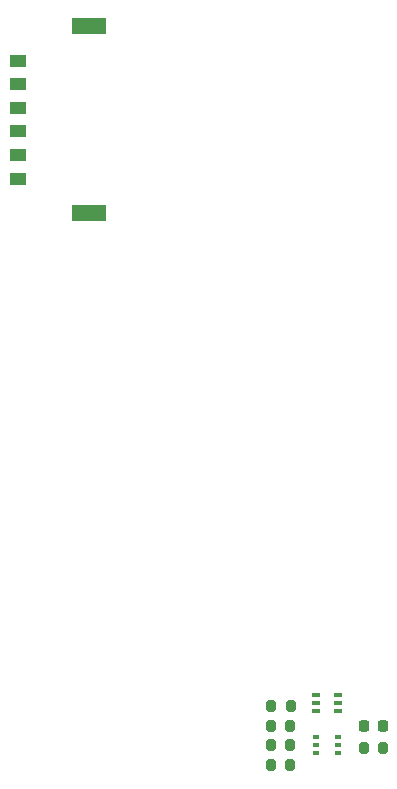
<source format=gbp>
%TF.GenerationSoftware,KiCad,Pcbnew,(6.0.5)*%
%TF.CreationDate,2022-07-09T16:35:03-07:00*%
%TF.ProjectId,solar-panel-side-X-plus,736f6c61-722d-4706-916e-656c2d736964,rev?*%
%TF.SameCoordinates,Original*%
%TF.FileFunction,Paste,Bot*%
%TF.FilePolarity,Positive*%
%FSLAX46Y46*%
G04 Gerber Fmt 4.6, Leading zero omitted, Abs format (unit mm)*
G04 Created by KiCad (PCBNEW (6.0.5)) date 2022-07-09 16:35:03*
%MOMM*%
%LPD*%
G01*
G04 APERTURE LIST*
G04 Aperture macros list*
%AMRoundRect*
0 Rectangle with rounded corners*
0 $1 Rounding radius*
0 $2 $3 $4 $5 $6 $7 $8 $9 X,Y pos of 4 corners*
0 Add a 4 corners polygon primitive as box body*
4,1,4,$2,$3,$4,$5,$6,$7,$8,$9,$2,$3,0*
0 Add four circle primitives for the rounded corners*
1,1,$1+$1,$2,$3*
1,1,$1+$1,$4,$5*
1,1,$1+$1,$6,$7*
1,1,$1+$1,$8,$9*
0 Add four rect primitives between the rounded corners*
20,1,$1+$1,$2,$3,$4,$5,0*
20,1,$1+$1,$4,$5,$6,$7,0*
20,1,$1+$1,$6,$7,$8,$9,0*
20,1,$1+$1,$8,$9,$2,$3,0*%
G04 Aperture macros list end*
%ADD10R,1.450000X1.100000*%
%ADD11R,2.900000X1.350000*%
%ADD12R,0.600000X0.400000*%
%ADD13RoundRect,0.200000X0.200000X0.275000X-0.200000X0.275000X-0.200000X-0.275000X0.200000X-0.275000X0*%
%ADD14RoundRect,0.200000X-0.200000X-0.275000X0.200000X-0.275000X0.200000X0.275000X-0.200000X0.275000X0*%
%ADD15R,0.650000X0.400000*%
%ADD16RoundRect,0.225000X-0.225000X-0.250000X0.225000X-0.250000X0.225000X0.250000X-0.225000X0.250000X0*%
G04 APERTURE END LIST*
D10*
X120910000Y-54944000D03*
X120910000Y-56944000D03*
X120910000Y-58944000D03*
X120910000Y-60944000D03*
X120910000Y-62944000D03*
X120910000Y-64944000D03*
D11*
X126885000Y-52049000D03*
X126885000Y-67839000D03*
D12*
X146116000Y-113553000D03*
X146116000Y-112903000D03*
X146116000Y-112253000D03*
X148016000Y-112253000D03*
X148016000Y-112903000D03*
X148016000Y-113553000D03*
D13*
X151828000Y-113157000D03*
X150178000Y-113157000D03*
D14*
X142304000Y-112903000D03*
X143954000Y-112903000D03*
X142304000Y-114554000D03*
X143954000Y-114554000D03*
X142304000Y-111252000D03*
X143954000Y-111252000D03*
D13*
X144017000Y-109601000D03*
X142367000Y-109601000D03*
D15*
X146116000Y-109997000D03*
X146116000Y-109347000D03*
X146116000Y-108697000D03*
X148016000Y-108697000D03*
X148016000Y-109347000D03*
X148016000Y-109997000D03*
D16*
X150228000Y-111252000D03*
X151778000Y-111252000D03*
M02*

</source>
